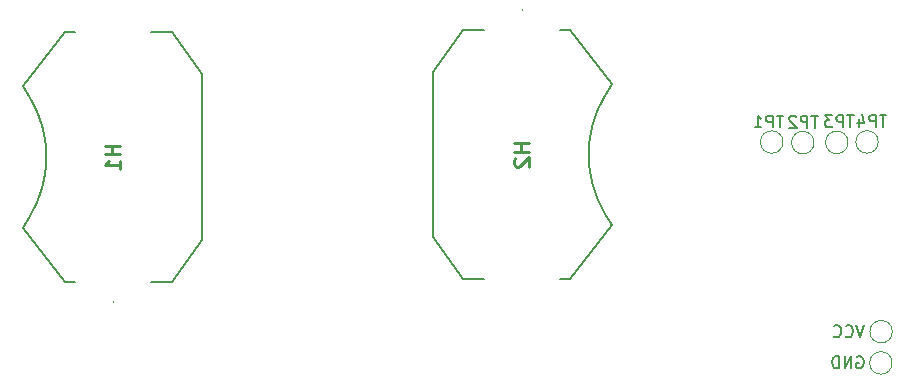
<source format=gbr>
%TF.GenerationSoftware,KiCad,Pcbnew,7.0.6*%
%TF.CreationDate,2023-11-05T20:30:34+01:00*%
%TF.ProjectId,Julkort,4a756c6b-6f72-4742-9e6b-696361645f70,rev?*%
%TF.SameCoordinates,Original*%
%TF.FileFunction,Legend,Bot*%
%TF.FilePolarity,Positive*%
%FSLAX46Y46*%
G04 Gerber Fmt 4.6, Leading zero omitted, Abs format (unit mm)*
G04 Created by KiCad (PCBNEW 7.0.6) date 2023-11-05 20:30:34*
%MOMM*%
%LPD*%
G01*
G04 APERTURE LIST*
%ADD10C,0.254000*%
%ADD11C,0.150000*%
%ADD12C,0.100000*%
%ADD13C,0.200000*%
%ADD14C,0.120000*%
G04 APERTURE END LIST*
D10*
X138938546Y-115275245D02*
X137668546Y-115275245D01*
X138273308Y-115275245D02*
X138273308Y-116000960D01*
X138938546Y-116000960D02*
X137668546Y-116000960D01*
X137789498Y-116545245D02*
X137729022Y-116605721D01*
X137729022Y-116605721D02*
X137668546Y-116726674D01*
X137668546Y-116726674D02*
X137668546Y-117029055D01*
X137668546Y-117029055D02*
X137729022Y-117150007D01*
X137729022Y-117150007D02*
X137789498Y-117210483D01*
X137789498Y-117210483D02*
X137910450Y-117270960D01*
X137910450Y-117270960D02*
X138031403Y-117270960D01*
X138031403Y-117270960D02*
X138212831Y-117210483D01*
X138212831Y-117210483D02*
X138938546Y-116484769D01*
X138938546Y-116484769D02*
X138938546Y-117270960D01*
X104263084Y-115474196D02*
X102993084Y-115474196D01*
X103597846Y-115474196D02*
X103597846Y-116199911D01*
X104263084Y-116199911D02*
X102993084Y-116199911D01*
X104263084Y-117469911D02*
X104263084Y-116744196D01*
X104263084Y-117107053D02*
X102993084Y-117107053D01*
X102993084Y-117107053D02*
X103174512Y-116986101D01*
X103174512Y-116986101D02*
X103295465Y-116865149D01*
X103295465Y-116865149D02*
X103355941Y-116744196D01*
D11*
X163403502Y-112956181D02*
X162832074Y-112956181D01*
X163117788Y-113956181D02*
X163117788Y-112956181D01*
X162498740Y-113956181D02*
X162498740Y-112956181D01*
X162498740Y-112956181D02*
X162117788Y-112956181D01*
X162117788Y-112956181D02*
X162022550Y-113003800D01*
X162022550Y-113003800D02*
X161974931Y-113051419D01*
X161974931Y-113051419D02*
X161927312Y-113146657D01*
X161927312Y-113146657D02*
X161927312Y-113289514D01*
X161927312Y-113289514D02*
X161974931Y-113384752D01*
X161974931Y-113384752D02*
X162022550Y-113432371D01*
X162022550Y-113432371D02*
X162117788Y-113479990D01*
X162117788Y-113479990D02*
X162498740Y-113479990D01*
X161546359Y-113051419D02*
X161498740Y-113003800D01*
X161498740Y-113003800D02*
X161403502Y-112956181D01*
X161403502Y-112956181D02*
X161165407Y-112956181D01*
X161165407Y-112956181D02*
X161070169Y-113003800D01*
X161070169Y-113003800D02*
X161022550Y-113051419D01*
X161022550Y-113051419D02*
X160974931Y-113146657D01*
X160974931Y-113146657D02*
X160974931Y-113241895D01*
X160974931Y-113241895D02*
X161022550Y-113384752D01*
X161022550Y-113384752D02*
X161593978Y-113956181D01*
X161593978Y-113956181D02*
X160974931Y-113956181D01*
X166430026Y-112925454D02*
X165858598Y-112925454D01*
X166144312Y-113925454D02*
X166144312Y-112925454D01*
X165525264Y-113925454D02*
X165525264Y-112925454D01*
X165525264Y-112925454D02*
X165144312Y-112925454D01*
X165144312Y-112925454D02*
X165049074Y-112973073D01*
X165049074Y-112973073D02*
X165001455Y-113020692D01*
X165001455Y-113020692D02*
X164953836Y-113115930D01*
X164953836Y-113115930D02*
X164953836Y-113258787D01*
X164953836Y-113258787D02*
X165001455Y-113354025D01*
X165001455Y-113354025D02*
X165049074Y-113401644D01*
X165049074Y-113401644D02*
X165144312Y-113449263D01*
X165144312Y-113449263D02*
X165525264Y-113449263D01*
X164620502Y-112925454D02*
X164001455Y-112925454D01*
X164001455Y-112925454D02*
X164334788Y-113306406D01*
X164334788Y-113306406D02*
X164191931Y-113306406D01*
X164191931Y-113306406D02*
X164096693Y-113354025D01*
X164096693Y-113354025D02*
X164049074Y-113401644D01*
X164049074Y-113401644D02*
X164001455Y-113496882D01*
X164001455Y-113496882D02*
X164001455Y-113734977D01*
X164001455Y-113734977D02*
X164049074Y-113830215D01*
X164049074Y-113830215D02*
X164096693Y-113877835D01*
X164096693Y-113877835D02*
X164191931Y-113925454D01*
X164191931Y-113925454D02*
X164477645Y-113925454D01*
X164477645Y-113925454D02*
X164572883Y-113877835D01*
X164572883Y-113877835D02*
X164620502Y-113830215D01*
X160469155Y-112940818D02*
X159897727Y-112940818D01*
X160183441Y-113940818D02*
X160183441Y-112940818D01*
X159564393Y-113940818D02*
X159564393Y-112940818D01*
X159564393Y-112940818D02*
X159183441Y-112940818D01*
X159183441Y-112940818D02*
X159088203Y-112988437D01*
X159088203Y-112988437D02*
X159040584Y-113036056D01*
X159040584Y-113036056D02*
X158992965Y-113131294D01*
X158992965Y-113131294D02*
X158992965Y-113274151D01*
X158992965Y-113274151D02*
X159040584Y-113369389D01*
X159040584Y-113369389D02*
X159088203Y-113417008D01*
X159088203Y-113417008D02*
X159183441Y-113464627D01*
X159183441Y-113464627D02*
X159564393Y-113464627D01*
X158040584Y-113940818D02*
X158612012Y-113940818D01*
X158326298Y-113940818D02*
X158326298Y-112940818D01*
X158326298Y-112940818D02*
X158421536Y-113083675D01*
X158421536Y-113083675D02*
X158516774Y-113178913D01*
X158516774Y-113178913D02*
X158612012Y-113226532D01*
X166698180Y-133375230D02*
X166793418Y-133327611D01*
X166793418Y-133327611D02*
X166936275Y-133327611D01*
X166936275Y-133327611D02*
X167079132Y-133375230D01*
X167079132Y-133375230D02*
X167174370Y-133470468D01*
X167174370Y-133470468D02*
X167221989Y-133565706D01*
X167221989Y-133565706D02*
X167269608Y-133756182D01*
X167269608Y-133756182D02*
X167269608Y-133899039D01*
X167269608Y-133899039D02*
X167221989Y-134089515D01*
X167221989Y-134089515D02*
X167174370Y-134184753D01*
X167174370Y-134184753D02*
X167079132Y-134279992D01*
X167079132Y-134279992D02*
X166936275Y-134327611D01*
X166936275Y-134327611D02*
X166841037Y-134327611D01*
X166841037Y-134327611D02*
X166698180Y-134279992D01*
X166698180Y-134279992D02*
X166650561Y-134232372D01*
X166650561Y-134232372D02*
X166650561Y-133899039D01*
X166650561Y-133899039D02*
X166841037Y-133899039D01*
X166221989Y-134327611D02*
X166221989Y-133327611D01*
X166221989Y-133327611D02*
X165650561Y-134327611D01*
X165650561Y-134327611D02*
X165650561Y-133327611D01*
X165174370Y-134327611D02*
X165174370Y-133327611D01*
X165174370Y-133327611D02*
X164936275Y-133327611D01*
X164936275Y-133327611D02*
X164793418Y-133375230D01*
X164793418Y-133375230D02*
X164698180Y-133470468D01*
X164698180Y-133470468D02*
X164650561Y-133565706D01*
X164650561Y-133565706D02*
X164602942Y-133756182D01*
X164602942Y-133756182D02*
X164602942Y-133899039D01*
X164602942Y-133899039D02*
X164650561Y-134089515D01*
X164650561Y-134089515D02*
X164698180Y-134184753D01*
X164698180Y-134184753D02*
X164793418Y-134279992D01*
X164793418Y-134279992D02*
X164936275Y-134327611D01*
X164936275Y-134327611D02*
X165174370Y-134327611D01*
X167315697Y-130700526D02*
X166982364Y-131700526D01*
X166982364Y-131700526D02*
X166649031Y-130700526D01*
X165744269Y-131605287D02*
X165791888Y-131652907D01*
X165791888Y-131652907D02*
X165934745Y-131700526D01*
X165934745Y-131700526D02*
X166029983Y-131700526D01*
X166029983Y-131700526D02*
X166172840Y-131652907D01*
X166172840Y-131652907D02*
X166268078Y-131557668D01*
X166268078Y-131557668D02*
X166315697Y-131462430D01*
X166315697Y-131462430D02*
X166363316Y-131271954D01*
X166363316Y-131271954D02*
X166363316Y-131129097D01*
X166363316Y-131129097D02*
X166315697Y-130938621D01*
X166315697Y-130938621D02*
X166268078Y-130843383D01*
X166268078Y-130843383D02*
X166172840Y-130748145D01*
X166172840Y-130748145D02*
X166029983Y-130700526D01*
X166029983Y-130700526D02*
X165934745Y-130700526D01*
X165934745Y-130700526D02*
X165791888Y-130748145D01*
X165791888Y-130748145D02*
X165744269Y-130795764D01*
X164744269Y-131605287D02*
X164791888Y-131652907D01*
X164791888Y-131652907D02*
X164934745Y-131700526D01*
X164934745Y-131700526D02*
X165029983Y-131700526D01*
X165029983Y-131700526D02*
X165172840Y-131652907D01*
X165172840Y-131652907D02*
X165268078Y-131557668D01*
X165268078Y-131557668D02*
X165315697Y-131462430D01*
X165315697Y-131462430D02*
X165363316Y-131271954D01*
X165363316Y-131271954D02*
X165363316Y-131129097D01*
X165363316Y-131129097D02*
X165315697Y-130938621D01*
X165315697Y-130938621D02*
X165268078Y-130843383D01*
X165268078Y-130843383D02*
X165172840Y-130748145D01*
X165172840Y-130748145D02*
X165029983Y-130700526D01*
X165029983Y-130700526D02*
X164934745Y-130700526D01*
X164934745Y-130700526D02*
X164791888Y-130748145D01*
X164791888Y-130748145D02*
X164744269Y-130795764D01*
X169195379Y-112894728D02*
X168623951Y-112894728D01*
X168909665Y-113894728D02*
X168909665Y-112894728D01*
X168290617Y-113894728D02*
X168290617Y-112894728D01*
X168290617Y-112894728D02*
X167909665Y-112894728D01*
X167909665Y-112894728D02*
X167814427Y-112942347D01*
X167814427Y-112942347D02*
X167766808Y-112989966D01*
X167766808Y-112989966D02*
X167719189Y-113085204D01*
X167719189Y-113085204D02*
X167719189Y-113228061D01*
X167719189Y-113228061D02*
X167766808Y-113323299D01*
X167766808Y-113323299D02*
X167814427Y-113370918D01*
X167814427Y-113370918D02*
X167909665Y-113418537D01*
X167909665Y-113418537D02*
X168290617Y-113418537D01*
X166862046Y-113228061D02*
X166862046Y-113894728D01*
X167100141Y-112847109D02*
X167338236Y-113561394D01*
X167338236Y-113561394D02*
X166719189Y-113561394D01*
D12*
%TO.C,H2*%
X138364228Y-103942865D02*
X138364228Y-103942865D01*
X138364228Y-104042865D02*
X138364228Y-104042865D01*
D13*
X133364228Y-105692865D02*
X130764228Y-109242865D01*
X135164228Y-105692865D02*
X133364228Y-105692865D01*
X142364228Y-105692865D02*
X141564228Y-105692865D01*
X130764228Y-109242865D02*
X130764228Y-123242865D01*
X145964228Y-110242865D02*
X142364228Y-105692865D01*
X145364228Y-111242865D02*
X145964228Y-110242865D01*
X145364228Y-121242865D02*
X145364228Y-121242865D01*
X145964228Y-122242865D02*
X145364228Y-121242865D01*
X130764228Y-123242865D02*
X133364228Y-126792865D01*
X133364228Y-126792865D02*
X135164228Y-126792865D01*
X141564228Y-126792865D02*
X142364228Y-126792865D01*
X142364228Y-126792865D02*
X145964228Y-122242865D01*
D12*
X138364228Y-103942865D02*
G75*
G03*
X138364228Y-104042865I0J-50000D01*
G01*
X138364228Y-104042865D02*
G75*
G03*
X138364228Y-103942865I0J50000D01*
G01*
D13*
X145361916Y-111246720D02*
G75*
G03*
X145364228Y-121242865I8335811J-4996145D01*
G01*
D12*
%TO.C,H1*%
X103688766Y-128741816D02*
X103688766Y-128741816D01*
X103688766Y-128641816D02*
X103688766Y-128641816D01*
D13*
X108688766Y-126991816D02*
X111288766Y-123441816D01*
X106888766Y-126991816D02*
X108688766Y-126991816D01*
X99688766Y-126991816D02*
X100488766Y-126991816D01*
X111288766Y-123441816D02*
X111288766Y-109441816D01*
X96088766Y-122441816D02*
X99688766Y-126991816D01*
X96688766Y-121441816D02*
X96088766Y-122441816D01*
X96688766Y-111441816D02*
X96688766Y-111441816D01*
X96088766Y-110441816D02*
X96688766Y-111441816D01*
X111288766Y-109441816D02*
X108688766Y-105891816D01*
X108688766Y-105891816D02*
X106888766Y-105891816D01*
X100488766Y-105891816D02*
X99688766Y-105891816D01*
X99688766Y-105891816D02*
X96088766Y-110441816D01*
D12*
X103688766Y-128741816D02*
G75*
G03*
X103688766Y-128641816I0J50000D01*
G01*
X103688766Y-128641816D02*
G75*
G03*
X103688766Y-128741816I0J-50000D01*
G01*
D13*
X96691078Y-121437961D02*
G75*
G03*
X96688766Y-111441816I-8335811J4996145D01*
G01*
D14*
%TO.C,TP2*%
X163063832Y-115229697D02*
G75*
G03*
X163063832Y-115229697I-950000J0D01*
G01*
%TO.C,TP3*%
X165941990Y-115209818D02*
G75*
G03*
X165941990Y-115209818I-950000J0D01*
G01*
%TO.C,TP1*%
X160431769Y-115179092D02*
G75*
G03*
X160431769Y-115179092I-950000J0D01*
G01*
%TO.C,GND*%
X169673366Y-133881067D02*
G75*
G03*
X169673366Y-133881067I-950000J0D01*
G01*
%TO.C,VCC*%
X169693850Y-131234067D02*
G75*
G03*
X169693850Y-131234067I-950000J0D01*
G01*
%TO.C,TP4*%
X168502501Y-115168850D02*
G75*
G03*
X168502501Y-115168850I-950000J0D01*
G01*
%TD*%
M02*

</source>
